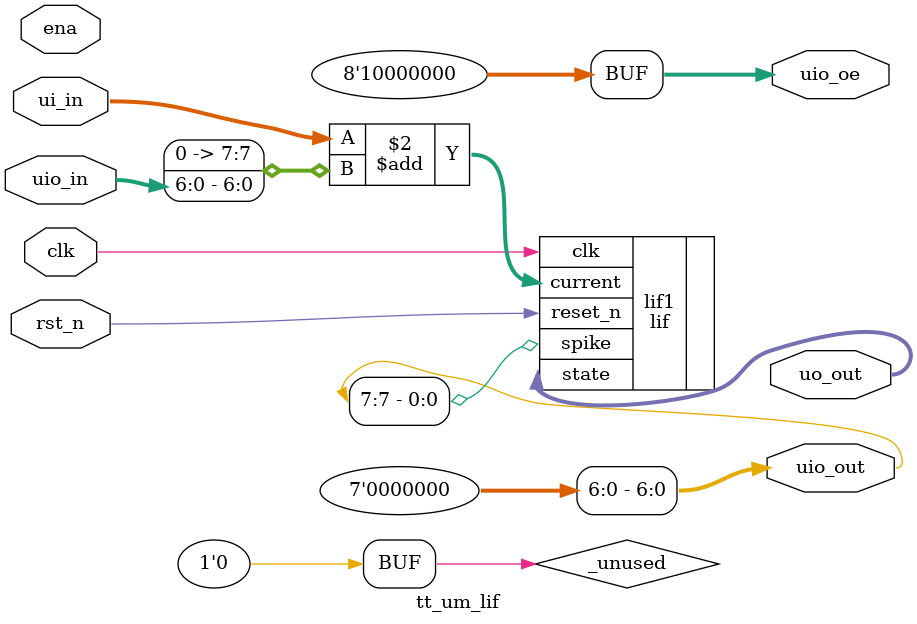
<source format=v>
/*
 * Copyright (c) 2024 Your Name
 * SPDX-License-Identifier: Apache-2.0
 */

`default_nettype none

module tt_um_lif (
    input  wire [7:0] ui_in,    // Dedicated inputs
    output wire [7:0] uo_out,   // Dedicated outputs
    input  wire [7:0] uio_in,   // IOs: Input path
    output wire [7:0] uio_out,  // IOs: Output path
    output wire [7:0] uio_oe,   // IOs: Enable path (active high: 0=input, 1=output)
    input  wire       ena,      // always 1 when the design is powered, so you can ignore it
    input  wire       clk,      // clock
    input  wire       rst_n     // reset_n - low to reset
);

  // All output pins must be assigned. If not used, assign to 0.
  assign uio_out [6:0] = 0;
  assign uio_oe  [7] = 1;
  assign uio_oe  [6:0] = 0;

  // List all unused inputs to prevent warnings
  wire _unused = &{ena, 1'b0};

  // instantiate the lif neuron: ui_in + uio[6:0] (ramp on uio[6:0])
  lif lif1 (
    .current(ui_in + {1'b0, uio_in[6:0]}),
    .clk(clk),
    .reset_n(rst_n),
    .state(uo_out),
    .spike(uio_out[7])
  );

endmodule

</source>
